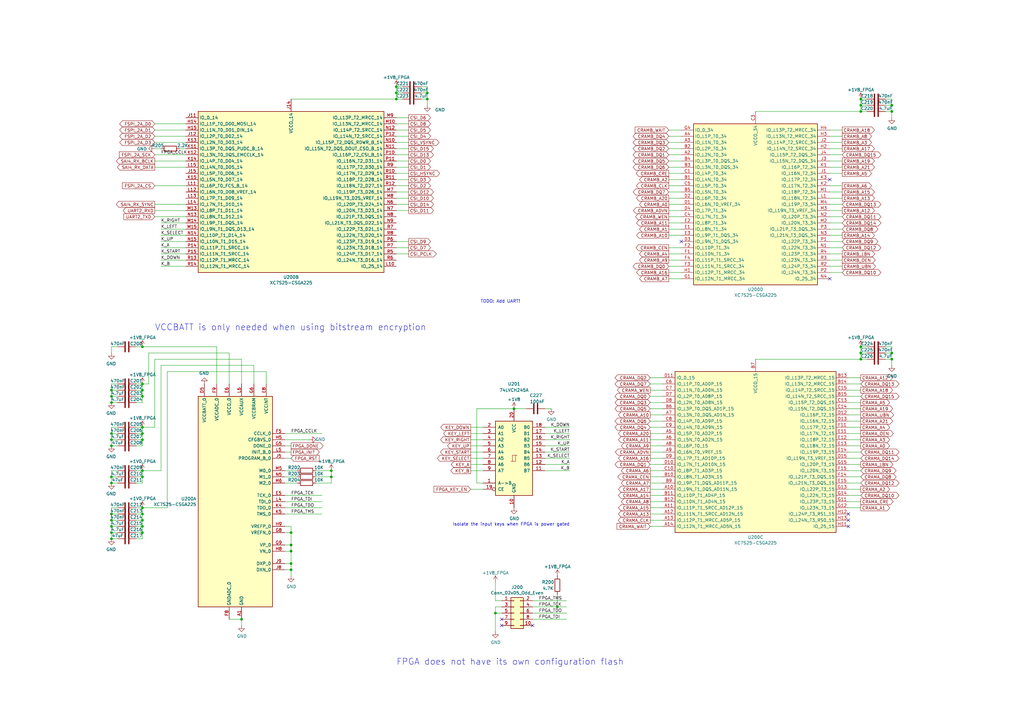
<source format=kicad_sch>
(kicad_sch (version 20211123) (generator eeschema)
  (paper "A3")
  (title_block (title "Fobu") (date "2021-02-17") (rev "0.3") (company "Wenting Zhang") (comment 1 "zephray@outlook.com"))
  (junction (at 353.06 45.72) (diameter 0.9144))
  (junction (at 58.42 177.8) (diameter 0.9144))
  (junction (at 162.56 35.56) (diameter 0.9144))
  (junction (at 58.42 213.36) (diameter 0.9144))
  (junction (at 353.06 147.32) (diameter 0.9144))
  (junction (at 365.76 144.78) (diameter 0.9144))
  (junction (at 58.42 162.56) (diameter 0.9144))
  (junction (at 58.42 180.34) (diameter 0.9144))
  (junction (at 45.72 177.8) (diameter 0.9144))
  (junction (at 58.42 160.02) (diameter 0.9144))
  (junction (at 365.76 147.32) (diameter 0.9144))
  (junction (at 203.2 251.46) (diameter 0.9144))
  (junction (at 58.42 215.9) (diameter 0.9144))
  (junction (at 353.06 144.78) (diameter 0.9144))
  (junction (at 45.72 220.98) (diameter 0.9144))
  (junction (at 210.82 167.64) (diameter 0.9144))
  (junction (at 119.38 218.44) (diameter 0.9144))
  (junction (at 45.72 180.34) (diameter 0.9144))
  (junction (at 175.26 40.64) (diameter 0.9144))
  (junction (at 58.42 208.28) (diameter 0.9144))
  (junction (at 45.72 210.82) (diameter 0.9144))
  (junction (at 119.38 226.06) (diameter 0.9144))
  (junction (at 58.42 195.58) (diameter 0.9144))
  (junction (at 365.76 45.72) (diameter 0.9144))
  (junction (at 45.72 198.12) (diameter 0.9144))
  (junction (at 45.72 213.36) (diameter 0.9144))
  (junction (at 365.76 43.18) (diameter 0.9144))
  (junction (at 353.06 43.18) (diameter 0.9144))
  (junction (at 353.06 142.24) (diameter 0.9144))
  (junction (at 58.42 157.48) (diameter 0.9144))
  (junction (at 58.42 193.04) (diameter 0.9144))
  (junction (at 45.72 218.44) (diameter 0.9144))
  (junction (at 45.72 215.9) (diameter 0.9144))
  (junction (at 45.72 160.02) (diameter 0.9144))
  (junction (at 135.89 195.58) (diameter 0.9144))
  (junction (at 119.38 231.14) (diameter 0.9144))
  (junction (at 58.42 142.24) (diameter 0.9144))
  (junction (at 119.38 233.68) (diameter 0.9144))
  (junction (at 353.06 40.64) (diameter 0.9144))
  (junction (at 45.72 165.1) (diameter 0.9144))
  (junction (at 45.72 182.88) (diameter 0.9144))
  (junction (at 175.26 38.1) (diameter 0.9144))
  (junction (at 228.6 248.92) (diameter 0.9144))
  (junction (at 162.56 40.64) (diameter 0.9144))
  (junction (at 99.06 254) (diameter 0.9144))
  (junction (at 135.89 193.04) (diameter 0.9144))
  (junction (at 45.72 162.56) (diameter 0.9144))
  (junction (at 58.42 218.44) (diameter 0.9144))
  (junction (at 162.56 38.1) (diameter 0.9144))
  (junction (at 119.38 223.52) (diameter 0.9144))
  (junction (at 58.42 210.82) (diameter 0.9144))
  (junction (at 45.72 195.58) (diameter 0.9144))
  (junction (at 58.42 175.26) (diameter 0.9144))
  (no_connect (at 218.44 256.54))
  (no_connect (at 347.98 210.82))
  (no_connect (at 347.98 213.36))
  (no_connect (at 347.98 215.9))
  (no_connect (at 279.4 99.06))
  (no_connect (at 205.74 256.54))
  (no_connect (at 205.74 254))
  (no_connect (at 340.36 114.3))
  (no_connect (at 340.36 73.66))
  (wire (pts (xy 48.26 193.04) (xy 45.72 193.04)))
  (wire (pts (xy 340.36 81.28) (xy 345.44 81.28)))
  (wire (pts (xy 347.98 175.26) (xy 353.06 175.26)))
  (wire (pts (xy 58.42 162.56) (xy 58.42 160.02)))
  (wire (pts (xy 48.26 160.02) (xy 45.72 160.02)))
  (wire (pts (xy 162.56 38.1) (xy 162.56 35.56)))
  (wire (pts (xy 340.36 111.76) (xy 345.44 111.76)))
  (wire (pts (xy 116.84 177.8) (xy 132.08 177.8)))
  (wire (pts (xy 48.26 220.98) (xy 45.72 220.98)))
  (wire (pts (xy 63.5 50.8) (xy 76.2 50.8)))
  (wire (pts (xy 232.41 254) (xy 218.44 254)))
  (wire (pts (xy 340.36 109.22) (xy 345.44 109.22)))
  (wire (pts (xy 162.56 78.74) (xy 167.64 78.74)))
  (wire (pts (xy 45.72 195.58) (xy 45.72 198.12)))
  (wire (pts (xy 116.84 210.82) (xy 132.08 210.82)))
  (wire (pts (xy 116.84 233.68) (xy 119.38 233.68)))
  (wire (pts (xy 274.32 55.88) (xy 279.4 55.88)))
  (wire (pts (xy 340.36 78.74) (xy 345.44 78.74)))
  (wire (pts (xy 274.32 106.68) (xy 279.4 106.68)))
  (wire (pts (xy 347.98 162.56) (xy 353.06 162.56)))
  (wire (pts (xy 76.2 109.22) (xy 66.04 109.22)))
  (wire (pts (xy 55.88 142.24) (xy 58.42 142.24)))
  (wire (pts (xy 58.42 142.24) (xy 88.9 142.24)))
  (wire (pts (xy 274.32 58.42) (xy 279.4 58.42)))
  (wire (pts (xy 274.32 76.2) (xy 279.4 76.2)))
  (wire (pts (xy 63.5 68.58) (xy 76.2 68.58)))
  (wire (pts (xy 162.56 60.96) (xy 167.64 60.96)))
  (wire (pts (xy 48.26 177.8) (xy 45.72 177.8)))
  (wire (pts (xy 66.04 193.04) (xy 58.42 193.04)))
  (wire (pts (xy 193.04 175.26) (xy 198.12 175.26)))
  (wire (pts (xy 175.26 35.56) (xy 175.26 38.1)))
  (wire (pts (xy 203.2 248.92) (xy 203.2 251.46)))
  (wire (pts (xy 76.2 91.44) (xy 66.04 91.44)))
  (wire (pts (xy 266.7 210.82) (xy 271.78 210.82)))
  (wire (pts (xy 363.22 147.32) (xy 365.76 147.32)))
  (wire (pts (xy 55.88 162.56) (xy 58.42 162.56)))
  (wire (pts (xy 116.84 215.9) (xy 119.38 215.9)))
  (wire (pts (xy 119.38 215.9) (xy 119.38 218.44)))
  (wire (pts (xy 58.42 160.02) (xy 58.42 157.48)))
  (wire (pts (xy 45.72 218.44) (xy 45.72 220.98)))
  (wire (pts (xy 340.36 106.68) (xy 345.44 106.68)))
  (wire (pts (xy 119.38 218.44) (xy 119.38 223.52)))
  (wire (pts (xy 119.38 233.68) (xy 119.38 236.22)))
  (wire (pts (xy 55.88 175.26) (xy 58.42 175.26)))
  (wire (pts (xy 58.42 165.1) (xy 58.42 162.56)))
  (wire (pts (xy 347.98 203.2) (xy 353.06 203.2)))
  (wire (pts (xy 63.5 83.82) (xy 76.2 83.82)))
  (wire (pts (xy 93.98 144.78) (xy 93.98 157.48)))
  (wire (pts (xy 340.36 71.12) (xy 345.44 71.12)))
  (wire (pts (xy 116.84 185.42) (xy 119.38 185.42)))
  (wire (pts (xy 266.7 190.5) (xy 271.78 190.5)))
  (wire (pts (xy 365.76 45.72) (xy 365.76 48.26)))
  (wire (pts (xy 60.96 144.78) (xy 60.96 157.48)))
  (wire (pts (xy 73.66 60.96) (xy 76.2 60.96)))
  (wire (pts (xy 55.88 220.98) (xy 58.42 220.98)))
  (wire (pts (xy 63.5 76.2) (xy 76.2 76.2)))
  (wire (pts (xy 165.1 40.64) (xy 162.56 40.64)))
  (wire (pts (xy 63.5 63.5) (xy 76.2 63.5)))
  (wire (pts (xy 274.32 111.76) (xy 279.4 111.76)))
  (wire (pts (xy 347.98 205.74) (xy 353.06 205.74)))
  (wire (pts (xy 266.7 187.96) (xy 271.78 187.96)))
  (wire (pts (xy 119.38 226.06) (xy 119.38 231.14)))
  (wire (pts (xy 223.52 175.26) (xy 233.68 175.26)))
  (wire (pts (xy 266.7 157.48) (xy 271.78 157.48)))
  (wire (pts (xy 210.82 167.64) (xy 215.9 167.64)))
  (wire (pts (xy 66.04 149.86) (xy 104.14 149.86)))
  (wire (pts (xy 116.84 205.74) (xy 132.08 205.74)))
  (wire (pts (xy 172.72 38.1) (xy 175.26 38.1)))
  (wire (pts (xy 347.98 160.02) (xy 353.06 160.02)))
  (wire (pts (xy 340.36 53.34) (xy 345.44 53.34)))
  (wire (pts (xy 223.52 167.64) (xy 226.06 167.64)))
  (wire (pts (xy 365.76 40.64) (xy 365.76 43.18)))
  (wire (pts (xy 45.72 177.8) (xy 45.72 180.34)))
  (wire (pts (xy 76.2 106.68) (xy 66.04 106.68)))
  (wire (pts (xy 48.26 180.34) (xy 45.72 180.34)))
  (wire (pts (xy 266.7 185.42) (xy 271.78 185.42)))
  (wire (pts (xy 58.42 177.8) (xy 58.42 175.26)))
  (wire (pts (xy 274.32 81.28) (xy 279.4 81.28)))
  (wire (pts (xy 55.88 182.88) (xy 58.42 182.88)))
  (wire (pts (xy 365.76 43.18) (xy 365.76 45.72)))
  (wire (pts (xy 266.7 154.94) (xy 271.78 154.94)))
  (wire (pts (xy 355.6 45.72) (xy 353.06 45.72)))
  (wire (pts (xy 340.36 99.06) (xy 345.44 99.06)))
  (wire (pts (xy 274.32 96.52) (xy 279.4 96.52)))
  (wire (pts (xy 58.42 182.88) (xy 58.42 180.34)))
  (wire (pts (xy 162.56 104.14) (xy 167.64 104.14)))
  (wire (pts (xy 162.56 48.26) (xy 167.64 48.26)))
  (wire (pts (xy 58.42 157.48) (xy 60.96 157.48)))
  (wire (pts (xy 340.36 55.88) (xy 345.44 55.88)))
  (wire (pts (xy 266.7 162.56) (xy 271.78 162.56)))
  (wire (pts (xy 363.22 45.72) (xy 365.76 45.72)))
  (wire (pts (xy 63.5 55.88) (xy 76.2 55.88)))
  (wire (pts (xy 48.26 195.58) (xy 45.72 195.58)))
  (wire (pts (xy 55.88 208.28) (xy 58.42 208.28)))
  (wire (pts (xy 45.72 208.28) (xy 45.72 210.82)))
  (wire (pts (xy 340.36 66.04) (xy 345.44 66.04)))
  (wire (pts (xy 274.32 88.9) (xy 279.4 88.9)))
  (wire (pts (xy 193.04 182.88) (xy 198.12 182.88)))
  (wire (pts (xy 119.38 40.64) (xy 162.56 40.64)))
  (wire (pts (xy 205.74 248.92) (xy 203.2 248.92)))
  (wire (pts (xy 116.84 226.06) (xy 119.38 226.06)))
  (wire (pts (xy 266.7 160.02) (xy 271.78 160.02)))
  (wire (pts (xy 45.72 162.56) (xy 45.72 165.1)))
  (wire (pts (xy 99.06 147.32) (xy 99.06 157.48)))
  (wire (pts (xy 58.42 180.34) (xy 58.42 177.8)))
  (wire (pts (xy 45.72 193.04) (xy 45.72 195.58)))
  (wire (pts (xy 347.98 193.04) (xy 353.06 193.04)))
  (wire (pts (xy 223.52 177.8) (xy 233.68 177.8)))
  (wire (pts (xy 340.36 101.6) (xy 345.44 101.6)))
  (wire (pts (xy 347.98 180.34) (xy 353.06 180.34)))
  (wire (pts (xy 175.26 40.64) (xy 175.26 43.18)))
  (wire (pts (xy 129.54 195.58) (xy 135.89 195.58)))
  (wire (pts (xy 135.89 195.58) (xy 135.89 193.04)))
  (wire (pts (xy 363.22 144.78) (xy 365.76 144.78)))
  (wire (pts (xy 63.5 175.26) (xy 58.42 175.26)))
  (wire (pts (xy 274.32 63.5) (xy 279.4 63.5)))
  (wire (pts (xy 340.36 88.9) (xy 345.44 88.9)))
  (wire (pts (xy 48.26 213.36) (xy 45.72 213.36)))
  (wire (pts (xy 228.6 243.84) (xy 228.6 248.92)))
  (wire (pts (xy 162.56 83.82) (xy 167.64 83.82)))
  (wire (pts (xy 48.26 182.88) (xy 45.72 182.88)))
  (wire (pts (xy 55.88 177.8) (xy 58.42 177.8)))
  (wire (pts (xy 266.7 200.66) (xy 271.78 200.66)))
  (wire (pts (xy 76.2 101.6) (xy 66.04 101.6)))
  (wire (pts (xy 55.88 165.1) (xy 58.42 165.1)))
  (wire (pts (xy 45.72 210.82) (xy 45.72 213.36)))
  (wire (pts (xy 266.7 215.9) (xy 271.78 215.9)))
  (wire (pts (xy 116.84 193.04) (xy 121.92 193.04)))
  (wire (pts (xy 45.72 175.26) (xy 45.72 177.8)))
  (wire (pts (xy 353.06 147.32) (xy 353.06 144.78)))
  (wire (pts (xy 266.7 180.34) (xy 271.78 180.34)))
  (wire (pts (xy 162.56 50.8) (xy 167.64 50.8)))
  (wire (pts (xy 99.06 256.54) (xy 99.06 254)))
  (wire (pts (xy 193.04 177.8) (xy 198.12 177.8)))
  (wire (pts (xy 347.98 195.58) (xy 353.06 195.58)))
  (wire (pts (xy 45.72 157.48) (xy 45.72 160.02)))
  (wire (pts (xy 274.32 66.04) (xy 279.4 66.04)))
  (wire (pts (xy 116.84 208.28) (xy 132.08 208.28)))
  (wire (pts (xy 205.74 251.46) (xy 203.2 251.46)))
  (wire (pts (xy 193.04 200.66) (xy 198.12 200.66)))
  (wire (pts (xy 340.36 83.82) (xy 345.44 83.82)))
  (wire (pts (xy 340.36 63.5) (xy 345.44 63.5)))
  (wire (pts (xy 116.84 195.58) (xy 121.92 195.58)))
  (wire (pts (xy 365.76 144.78) (xy 365.76 147.32)))
  (wire (pts (xy 340.36 76.2) (xy 345.44 76.2)))
  (wire (pts (xy 203.2 246.38) (xy 205.74 246.38)))
  (wire (pts (xy 353.06 40.64) (xy 355.6 40.64)))
  (wire (pts (xy 203.2 238.76) (xy 203.2 246.38)))
  (wire (pts (xy 353.06 45.72) (xy 353.06 43.18)))
  (wire (pts (xy 274.32 60.96) (xy 279.4 60.96)))
  (wire (pts (xy 162.56 86.36) (xy 167.64 86.36)))
  (wire (pts (xy 55.88 215.9) (xy 58.42 215.9)))
  (wire (pts (xy 347.98 198.12) (xy 353.06 198.12)))
  (wire (pts (xy 60.96 144.78) (xy 93.98 144.78)))
  (wire (pts (xy 55.88 210.82) (xy 58.42 210.82)))
  (wire (pts (xy 193.04 190.5) (xy 198.12 190.5)))
  (wire (pts (xy 347.98 165.1) (xy 353.06 165.1)))
  (wire (pts (xy 76.2 93.98) (xy 66.04 93.98)))
  (wire (pts (xy 266.7 175.26) (xy 271.78 175.26)))
  (wire (pts (xy 347.98 167.64) (xy 353.06 167.64)))
  (wire (pts (xy 76.2 96.52) (xy 66.04 96.52)))
  (wire (pts (xy 347.98 157.48) (xy 353.06 157.48)))
  (wire (pts (xy 274.32 73.66) (xy 279.4 73.66)))
  (wire (pts (xy 363.22 142.24) (xy 365.76 142.24)))
  (wire (pts (xy 340.36 60.96) (xy 345.44 60.96)))
  (wire (pts (xy 162.56 101.6) (xy 167.64 101.6)))
  (wire (pts (xy 274.32 68.58) (xy 279.4 68.58)))
  (wire (pts (xy 274.32 104.14) (xy 279.4 104.14)))
  (wire (pts (xy 58.42 218.44) (xy 58.42 215.9)))
  (wire (pts (xy 162.56 76.2) (xy 167.64 76.2)))
  (wire (pts (xy 76.2 99.06) (xy 66.04 99.06)))
  (wire (pts (xy 274.32 93.98) (xy 279.4 93.98)))
  (wire (pts (xy 109.22 152.4) (xy 109.22 157.48)))
  (wire (pts (xy 340.36 91.44) (xy 345.44 91.44)))
  (wire (pts (xy 55.88 218.44) (xy 58.42 218.44)))
  (wire (pts (xy 58.42 195.58) (xy 58.42 193.04)))
  (wire (pts (xy 63.5 58.42) (xy 76.2 58.42)))
  (wire (pts (xy 347.98 154.94) (xy 353.06 154.94)))
  (wire (pts (xy 63.5 147.32) (xy 63.5 175.26)))
  (wire (pts (xy 266.7 165.1) (xy 271.78 165.1)))
  (wire (pts (xy 99.06 147.32) (xy 63.5 147.32)))
  (wire (pts (xy 55.88 180.34) (xy 58.42 180.34)))
  (wire (pts (xy 223.52 190.5) (xy 233.68 190.5)))
  (wire (pts (xy 55.88 193.04) (xy 58.42 193.04)))
  (wire (pts (xy 93.98 254) (xy 99.06 254)))
  (wire (pts (xy 55.88 195.58) (xy 58.42 195.58)))
  (wire (pts (xy 340.36 68.58) (xy 345.44 68.58)))
  (wire (pts (xy 165.1 38.1) (xy 162.56 38.1)))
  (wire (pts (xy 162.56 35.56) (xy 165.1 35.56)))
  (wire (pts (xy 116.84 231.14) (xy 119.38 231.14)))
  (wire (pts (xy 193.04 185.42) (xy 198.12 185.42)))
  (wire (pts (xy 223.52 180.34) (xy 233.68 180.34)))
  (wire (pts (xy 58.42 198.12) (xy 58.42 195.58)))
  (wire (pts (xy 48.26 210.82) (xy 45.72 210.82)))
  (wire (pts (xy 63.5 66.04) (xy 76.2 66.04)))
  (wire (pts (xy 162.56 58.42) (xy 167.64 58.42)))
  (wire (pts (xy 266.7 198.12) (xy 271.78 198.12)))
  (wire (pts (xy 223.52 187.96) (xy 233.68 187.96)))
  (wire (pts (xy 55.88 160.02) (xy 58.42 160.02)))
  (wire (pts (xy 76.2 104.14) (xy 66.04 104.14)))
  (wire (pts (xy 274.32 114.3) (xy 279.4 114.3)))
  (wire (pts (xy 63.5 88.9) (xy 76.2 88.9)))
  (wire (pts (xy 48.26 175.26) (xy 45.72 175.26)))
  (wire (pts (xy 266.7 170.18) (xy 271.78 170.18)))
  (wire (pts (xy 119.38 223.52) (xy 119.38 226.06)))
  (wire (pts (xy 48.26 215.9) (xy 45.72 215.9)))
  (wire (pts (xy 347.98 185.42) (xy 353.06 185.42)))
  (wire (pts (xy 162.56 68.58) (xy 167.64 68.58)))
  (wire (pts (xy 365.76 147.32) (xy 365.76 149.86)))
  (wire (pts (xy 274.32 71.12) (xy 279.4 71.12)))
  (wire (pts (xy 266.7 193.04) (xy 271.78 193.04)))
  (wire (pts (xy 266.7 208.28) (xy 271.78 208.28)))
  (wire (pts (xy 116.84 223.52) (xy 119.38 223.52)))
  (wire (pts (xy 266.7 177.8) (xy 271.78 177.8)))
  (wire (pts (xy 193.04 187.96) (xy 198.12 187.96)))
  (wire (pts (xy 162.56 66.04) (xy 167.64 66.04)))
  (wire (pts (xy 223.52 193.04) (xy 233.68 193.04)))
  (wire (pts (xy 88.9 142.24) (xy 88.9 157.48)))
  (wire (pts (xy 116.84 187.96) (xy 119.38 187.96)))
  (wire (pts (xy 66.04 60.96) (xy 63.5 60.96)))
  (wire (pts (xy 48.26 157.48) (xy 45.72 157.48)))
  (wire (pts (xy 274.32 109.22) (xy 279.4 109.22)))
  (wire (pts (xy 266.7 203.2) (xy 271.78 203.2)))
  (wire (pts (xy 45.72 215.9) (xy 45.72 218.44)))
  (wire (pts (xy 266.7 172.72) (xy 271.78 172.72)))
  (wire (pts (xy 365.76 142.24) (xy 365.76 144.78)))
  (wire (pts (xy 347.98 170.18) (xy 353.06 170.18)))
  (wire (pts (xy 355.6 144.78) (xy 353.06 144.78)))
  (wire (pts (xy 162.56 55.88) (xy 167.64 55.88)))
  (wire (pts (xy 340.36 86.36) (xy 345.44 86.36)))
  (wire (pts (xy 116.84 203.2) (xy 132.08 203.2)))
  (wire (pts (xy 274.32 91.44) (xy 279.4 91.44)))
  (wire (pts (xy 309.88 147.32) (xy 353.06 147.32)))
  (wire (pts (xy 58.42 220.98) (xy 58.42 218.44)))
  (wire (pts (xy 353.06 144.78) (xy 353.06 142.24)))
  (wire (pts (xy 172.72 35.56) (xy 175.26 35.56)))
  (wire (pts (xy 48.26 142.24) (xy 45.72 142.24)))
  (wire (pts (xy 274.32 83.82) (xy 279.4 83.82)))
  (wire (pts (xy 68.58 152.4) (xy 68.58 208.28)))
  (wire (pts (xy 109.22 152.4) (xy 68.58 152.4)))
  (wire (pts (xy 363.22 43.18) (xy 365.76 43.18)))
  (wire (pts (xy 116.84 180.34) (xy 127 180.34)))
  (wire (pts (xy 162.56 53.34) (xy 167.64 53.34)))
  (wire (pts (xy 162.56 40.64) (xy 162.56 38.1)))
  (wire (pts (xy 55.88 198.12) (xy 58.42 198.12)))
  (wire (pts (xy 45.72 180.34) (xy 45.72 182.88)))
  (wire (pts (xy 228.6 248.92) (xy 218.44 248.92)))
  (wire (pts (xy 48.26 208.28) (xy 45.72 208.28)))
  (wire (pts (xy 129.54 193.04) (xy 135.89 193.04)))
  (wire (pts (xy 232.41 248.92) (xy 228.6 248.92)))
  (wire (pts (xy 63.5 86.36) (xy 76.2 86.36)))
  (wire (pts (xy 172.72 40.64) (xy 175.26 40.64)))
  (wire (pts (xy 353.06 142.24) (xy 355.6 142.24)))
  (wire (pts (xy 48.26 162.56) (xy 45.72 162.56)))
  (wire (pts (xy 193.04 193.04) (xy 198.12 193.04)))
  (wire (pts (xy 48.26 198.12) (xy 45.72 198.12)))
  (wire (pts (xy 347.98 177.8) (xy 353.06 177.8)))
  (wire (pts (xy 347.98 172.72) (xy 353.06 172.72)))
  (wire (pts (xy 347.98 200.66) (xy 353.06 200.66)))
  (wire (pts (xy 48.26 218.44) (xy 45.72 218.44)))
  (wire (pts (xy 63.5 53.34) (xy 76.2 53.34)))
  (wire (pts (xy 66.04 149.86) (xy 66.04 193.04)))
  (wire (pts (xy 363.22 40.64) (xy 365.76 40.64)))
  (wire (pts (xy 45.72 213.36) (xy 45.72 215.9)))
  (wire (pts (xy 193.04 180.34) (xy 198.12 180.34)))
  (wire (pts (xy 116.84 218.44) (xy 119.38 218.44)))
  (wire (pts (xy 45.72 160.02) (xy 45.72 162.56)))
  (wire (pts (xy 198.12 198.12) (xy 195.58 198.12)))
  (wire (pts (xy 195.58 167.64) (xy 210.82 167.64)))
  (wire (pts (xy 195.58 198.12) (xy 195.58 167.64)))
  (wire (pts (xy 340.36 58.42) (xy 345.44 58.42)))
  (wire (pts (xy 345.44 96.52) (xy 340.36 96.52)))
  (wire (pts (xy 355.6 147.32) (xy 353.06 147.32)))
  (wire (pts (xy 266.7 195.58) (xy 271.78 195.58)))
  (wire (pts (xy 266.7 182.88) (xy 271.78 182.88)))
  (wire (pts (xy 58.42 157.48) (xy 55.88 157.48)))
  (wire (pts (xy 266.7 205.74) (xy 271.78 205.74)))
  (wire (pts (xy 58.42 210.82) (xy 58.42 208.28)))
  (wire (pts (xy 347.98 187.96) (xy 353.06 187.96)))
  (wire (pts (xy 203.2 251.46) (xy 203.2 259.08)))
  (wire (pts (xy 274.32 53.34) (xy 279.4 53.34)))
  (wire (pts (xy 232.41 246.38) (xy 218.44 246.38)))
  (wire (pts (xy 266.7 167.64) (xy 271.78 167.64)))
  (wire (pts (xy 58.42 215.9) (xy 58.42 213.36)))
  (wire (pts (xy 347.98 182.88) (xy 353.06 182.88)))
  (wire (pts (xy 274.32 101.6) (xy 279.4 101.6)))
  (wire (pts (xy 340.36 93.98) (xy 345.44 93.98)))
  (wire (pts (xy 355.6 43.18) (xy 353.06 43.18)))
  (wire (pts (xy 274.32 86.36) (xy 279.4 86.36)))
  (wire (pts (xy 162.56 63.5) (xy 167.64 63.5)))
  (wire (pts (xy 45.72 142.24) (xy 45.72 144.78)))
  (wire (pts (xy 104.14 149.86) (xy 104.14 157.48)))
  (wire (pts (xy 347.98 190.5) (xy 353.06 190.5)))
  (wire (pts (xy 162.56 81.28) (xy 167.64 81.28)))
  (wire (pts (xy 309.88 45.72) (xy 353.06 45.72)))
  (wire (pts (xy 347.98 208.28) (xy 353.06 208.28)))
  (wire (pts (xy 162.56 99.06) (xy 167.64 99.06)))
  (wire (pts (xy 58.42 213.36) (xy 58.42 210.82)))
  (wire (pts (xy 135.89 198.12) (xy 135.89 195.58)))
  (wire (pts (xy 129.54 198.12) (xy 135.89 198.12)))
  (wire (pts (xy 55.88 213.36) (xy 58.42 213.36)))
  (wire (pts (xy 162.56 73.66) (xy 167.64 73.66)))
  (wire (pts (xy 353.06 43.18) (xy 353.06 40.64)))
  (wire (pts (xy 274.32 78.74) (xy 279.4 78.74)))
  (wire (pts (xy 68.58 208.28) (xy 58.42 208.28)))
  (wire (pts (xy 116.84 182.88) (xy 119.38 182.88)))
  (wire (pts (xy 175.26 38.1) (xy 175.26 40.64)))
  (wire (pts (xy 232.41 251.46) (xy 218.44 251.46)))
  (wire (pts (xy 162.56 71.12) (xy 167.64 71.12)))
  (wire (pts (xy 119.38 231.14) (xy 119.38 233.68)))
  (wire (pts (xy 266.7 213.36) (xy 271.78 213.36)))
  (wire (pts (xy 340.36 104.14) (xy 345.44 104.14)))
  (wire (pts (xy 223.52 182.88) (xy 233.68 182.88)))
  (wire (pts (xy 48.26 165.1) (xy 45.72 165.1)))
  (wire (pts (xy 223.52 185.42) (xy 233.68 185.42)))
  (wire (pts (xy 116.84 198.12) (xy 121.92 198.12)))
  (text "Isolate the input keys when FPGA is power gated" (at 233.68 215.9 180) (effects (font (size 1.27 1.27)) (justify right bottom)))
  (text "FPGA does not have its own configuration flash" (at 162.56 273.05 0) (effects (font (size 2.54 2.54)) (justify left bottom)))
  (text "TODO: Add UART!" (at 213.36 124.46 180) (effects (font (size 1.27 1.27)) (justify right bottom)))
  (text "VCCBATT is only needed when using bitstream encryption" (at 63.5 135.89 0) (effects (font (size 2.54 2.54)) (justify left bottom)))
  (label "K_DOWN" (at 233.68 175.26 180))
  (label "K_B" (at 233.68 193.04 180))
  (label "K_RIGHT" (at 233.68 180.34 180))
  (label "K_UP" (at 233.68 182.88 180))
  (label "K_LEFT" (at 233.68 177.8 180))
  (label "FPGA_CCLK" (at 119.38 177.8 0))
  (label "FPGA_TDI" (at 119.38 205.74 0))
  (label "K_SELECT" (at 233.68 187.96 180))
  (label "K_A" (at 233.68 190.5 180))
  (label "K_SELECT" (at 66.04 96.52 0))
  (label "K_RIGHT" (at 66.04 91.44 0))
  (label "K_B" (at 66.04 109.22 0))
  (label "FPGA_CCLK" (at 66.04 63.5 0))
  (label "K_START" (at 66.04 104.14 0))
  (label "K_LEFT" (at 66.04 93.98 0))
  (label "FPGA_TDO" (at 220.98 251.46 0))
  (label "K_A" (at 66.04 101.6 0))
  (label "FPGA_TMS" (at 119.38 210.82 0))
  (label "FPGA_TCK" (at 220.98 248.92 0))
  (label "FPGA_TDI" (at 220.98 254 0))
  (label "FPGA_TMS" (at 220.98 246.38 0))
  (label "FPGA_TDO" (at 119.38 208.28 0))
  (label "K_DOWN" (at 66.04 106.68 0))
  (label "FPGA_TCK" (at 119.38 203.2 0))
  (label "K_UP" (at 66.04 99.06 0))
  (label "K_START" (at 233.68 185.42 180))
  (global_label "CRAMB_DQ6" (shape bidirectional) (at 274.32 68.58 180) (property "Intersheet References" "${INTERSHEET_REFS}" (effects hide)))
  (global_label "CSI_D13" (shape output) (at 167.64 63.5 0) (property "Intersheet References" "${INTERSHEET_REFS}" (effects hide)))
  (global_label "CSI_D2" (shape output) (at 167.64 76.2 0) (property "Intersheet References" "${INTERSHEET_REFS}" (effects hide)))
  (global_label "CRAMA_LBN" (shape output) (at 353.06 190.5 0) (property "Intersheet References" "${INTERSHEET_REFS}" (effects hide)))
  (global_label "CRAMB_A19" (shape output) (at 345.44 66.04 0) (property "Intersheet References" "${INTERSHEET_REFS}" (effects hide)))
  (global_label "SAI4_RX_BCLK" (shape output) (at 63.5 66.04 180) (property "Intersheet References" "${INTERSHEET_REFS}" (effects hide)))
  (global_label "CRAMA_A8" (shape output) (at 266.7 205.74 180) (property "Intersheet References" "${INTERSHEET_REFS}" (effects hide)))
  (global_label "CRAMB_DQ12" (shape bidirectional) (at 345.44 101.6 0) (property "Intersheet References" "${INTERSHEET_REFS}" (effects hide)))
  (global_label "CRAMB_A18" (shape output) (at 345.44 53.34 0) (property "Intersheet References" "${INTERSHEET_REFS}" (effects hide)))
  (global_label "FSPI_2A_D2" (shape bidirectional) (at 63.5 55.88 180) (property "Intersheet References" "${INTERSHEET_REFS}" (effects hide)))
  (global_label "CRAMA_A4" (shape output) (at 353.06 175.26 0) (property "Intersheet References" "${INTERSHEET_REFS}" (effects hide)))
  (global_label "CRAMB_A20" (shape output) (at 274.32 81.28 180) (property "Intersheet References" "${INTERSHEET_REFS}" (effects hide)))
  (global_label "CRAMB_DQ4" (shape bidirectional) (at 274.32 55.88 180) (property "Intersheet References" "${INTERSHEET_REFS}" (effects hide)))
  (global_label "CRAMA_A1" (shape output) (at 353.06 208.28 0) (property "Intersheet References" "${INTERSHEET_REFS}" (effects hide)))
  (global_label "CSI_D11" (shape output) (at 167.64 86.36 0) (property "Intersheet References" "${INTERSHEET_REFS}" (effects hide)))
  (global_label "FSPI_2A_D0" (shape bidirectional) (at 63.5 50.8 180) (property "Intersheet References" "${INTERSHEET_REFS}" (effects hide)))
  (global_label "CRAMA_ADVN" (shape output) (at 266.7 185.42 180) (property "Intersheet References" "${INTERSHEET_REFS}" (effects hide)))
  (global_label "CRAMA_A0" (shape output) (at 353.06 182.88 0) (property "Intersheet References" "${INTERSHEET_REFS}" (effects hide)))
  (global_label "KEY_B" (shape output) (at 193.04 193.04 180) (property "Intersheet References" "${INTERSHEET_REFS}" (effects hide)))
  (global_label "FPGA_RST" (shape input) (at 119.38 187.96 0) (property "Intersheet References" "${INTERSHEET_REFS}" (effects hide)))
  (global_label "CRAMB_A6" (shape output) (at 345.44 76.2 0) (property "Intersheet References" "${INTERSHEET_REFS}" (effects hide)))
  (global_label "CRAMA_DQ12" (shape bidirectional) (at 353.06 198.12 0) (property "Intersheet References" "${INTERSHEET_REFS}" (effects hide)))
  (global_label "CRAMA_DQ5" (shape bidirectional) (at 266.7 167.64 180) (property "Intersheet References" "${INTERSHEET_REFS}" (effects hide)))
  (global_label "CRAMB_A0" (shape output) (at 274.32 83.82 180) (property "Intersheet References" "${INTERSHEET_REFS}" (effects hide)))
  (global_label "CRAMB_A12" (shape output) (at 345.44 86.36 0) (property "Intersheet References" "${INTERSHEET_REFS}" (effects hide)))
  (global_label "CRAMB_DQ8" (shape bidirectional) (at 345.44 93.98 0) (property "Intersheet References" "${INTERSHEET_REFS}" (effects hide)))
  (global_label "CRAMB_A13" (shape output) (at 345.44 81.28 0) (property "Intersheet References" "${INTERSHEET_REFS}" (effects hide)))
  (global_label "CRAMA_A7" (shape output) (at 266.7 198.12 180) (property "Intersheet References" "${INTERSHEET_REFS}" (effects hide)))
  (global_label "CRAMB_A10" (shape output) (at 274.32 96.52 180) (property "Intersheet References" "${INTERSHEET_REFS}" (effects hide)))
  (global_label "CSI_PCLK" (shape output) (at 167.64 104.14 0) (property "Intersheet References" "${INTERSHEET_REFS}" (effects hide)))
  (global_label "CRAMA_DQ9" (shape bidirectional) (at 353.06 193.04 0) (property "Intersheet References" "${INTERSHEET_REFS}" (effects hide)))
  (global_label "KEY_A" (shape output) (at 193.04 190.5 180) (property "Intersheet References" "${INTERSHEET_REFS}" (effects hide)))
  (global_label "CRAMB_A5" (shape output) (at 345.44 71.12 0) (property "Intersheet References" "${INTERSHEET_REFS}" (effects hide)))
  (global_label "CRAMA_CLK" (shape output) (at 266.7 213.36 180) (property "Intersheet References" "${INTERSHEET_REFS}" (effects hide)))
  (global_label "CRAMA_A5" (shape output) (at 353.06 165.1 0) (property "Intersheet References" "${INTERSHEET_REFS}" (effects hide)))
  (global_label "CRAMA_A2" (shape output) (at 353.06 200.66 0) (property "Intersheet References" "${INTERSHEET_REFS}" (effects hide)))
  (global_label "CSI_VSYNC" (shape output) (at 167.64 58.42 0) (property "Intersheet References" "${INTERSHEET_REFS}" (effects hide)))
  (global_label "CRAMB_DQ7" (shape bidirectional) (at 274.32 78.74 180) (property "Intersheet References" "${INTERSHEET_REFS}" (effects hide)))
  (global_label "FSPI_2A_SCK" (shape input) (at 63.5 63.5 180) (property "Intersheet References" "${INTERSHEET_REFS}" (effects hide)))
  (global_label "CRAMB_DQ10" (shape bidirectional) (at 345.44 111.76 0) (property "Intersheet References" "${INTERSHEET_REFS}" (effects hide)))
  (global_label "CSI_D9" (shape output) (at 167.64 99.06 0) (property "Intersheet References" "${INTERSHEET_REFS}" (effects hide)))
  (global_label "CSI_D15" (shape output) (at 167.64 60.96 0) (property "Intersheet References" "${INTERSHEET_REFS}" (effects hide)))
  (global_label "CRAMA_DQ0" (shape bidirectional) (at 266.7 162.56 180) (property "Intersheet References" "${INTERSHEET_REFS}" (effects hide)))
  (global_label "CRAMB_A3" (shape output) (at 345.44 58.42 0) (property "Intersheet References" "${INTERSHEET_REFS}" (effects hide)))
  (global_label "CRAMA_A11" (shape output) (at 266.7 180.34 180) (property "Intersheet References" "${INTERSHEET_REFS}" (effects hide)))
  (global_label "CRAMA_A20" (shape output) (at 266.7 177.8 180) (property "Intersheet References" "${INTERSHEET_REFS}" (effects hide)))
  (global_label "CSI_D6" (shape output) (at 167.64 48.26 0) (property "Intersheet References" "${INTERSHEET_REFS}" (effects hide)))
  (global_label "CRAMB_A17" (shape output) (at 345.44 60.96 0) (property "Intersheet References" "${INTERSHEET_REFS}" (effects hide)))
  (global_label "CRAMB_A15" (shape output) (at 345.44 78.74 0) (property "Intersheet References" "${INTERSHEET_REFS}" (effects hide)))
  (global_label "CRAMB_A21" (shape output) (at 345.44 68.58 0) (property "Intersheet References" "${INTERSHEET_REFS}" (effects hide)))
  (global_label "CRAMA_A3" (shape output) (at 353.06 180.34 0) (property "Intersheet References" "${INTERSHEET_REFS}" (effects hide)))
  (global_label "CRAMA_DQ6" (shape bidirectional) (at 266.7 172.72 180) (property "Intersheet References" "${INTERSHEET_REFS}" (effects hide)))
  (global_label "CRAMA_DQ3" (shape bidirectional) (at 266.7 165.1 180) (property "Intersheet References" "${INTERSHEET_REFS}" (effects hide)))
  (global_label "CRAMA_DQ7" (shape bidirectional) (at 266.7 157.48 180) (property "Intersheet References" "${INTERSHEET_REFS}" (effects hide)))
  (global_label "CRAMA_A15" (shape output) (at 266.7 208.28 180) (property "Intersheet References" "${INTERSHEET_REFS}" (effects hide)))
  (global_label "CRAMA_CRE" (shape output) (at 353.06 205.74 0) (property "Intersheet References" "${INTERSHEET_REFS}" (effects hide)))
  (global_label "CRAMA_WEN" (shape output) (at 266.7 160.02 180) (property "Intersheet References" "${INTERSHEET_REFS}" (effects hide)))
  (global_label "CRAMA_A9" (shape output) (at 266.7 182.88 180) (property "Intersheet References" "${INTERSHEET_REFS}" (effects hide)))
  (global_label "CSI_D0" (shape output) (at 167.64 66.04 0) (property "Intersheet References" "${INTERSHEET_REFS}" (effects hide)))
  (global_label "CRAMB_CEN" (shape output) (at 274.32 101.6 180) (property "Intersheet References" "${INTERSHEET_REFS}" (effects hide)))
  (global_label "CRAMB_A9" (shape output) (at 274.32 106.68 180) (property "Intersheet References" "${INTERSHEET_REFS}" (effects hide)))
  (global_label "CRAMB_DQ11" (shape bidirectional) (at 345.44 88.9 0) (property "Intersheet References" "${INTERSHEET_REFS}" (effects hide)))
  (global_label "CRAMB_ADVN" (shape output) (at 274.32 86.36 180) (property "Intersheet References" "${INTERSHEET_REFS}" (effects hide)))
  (global_label "FSPI_2A_CS" (shape input) (at 63.5 76.2 180) (property "Intersheet References" "${INTERSHEET_REFS}" (effects hide)))
  (global_label "KEY_SELECT" (shape output) (at 193.04 187.96 180) (property "Intersheet References" "${INTERSHEET_REFS}" (effects hide)))
  (global_label "CSI_D10" (shape output) (at 167.64 81.28 0) (property "Intersheet References" "${INTERSHEET_REFS}" (effects hide)))
  (global_label "CSI_D12" (shape output) (at 167.64 78.74 0) (property "Intersheet References" "${INTERSHEET_REFS}" (effects hide)))
  (global_label "CRAMB_DQ14" (shape bidirectional) (at 345.44 91.44 0) (property "Intersheet References" "${INTERSHEET_REFS}" (effects hide)))
  (global_label "CRAMA_DQ4" (shape bidirectional) (at 266.7 175.26 180) (property "Intersheet References" "${INTERSHEET_REFS}" (effects hide)))
  (global_label "FSPI_2A_D1" (shape bidirectional) (at 63.5 53.34 180) (property "Intersheet References" "${INTERSHEET_REFS}" (effects hide)))
  (global_label "CRAMA_CEN" (shape output) (at 266.7 195.58 180) (property "Intersheet References" "${INTERSHEET_REFS}" (effects hide)))
  (global_label "CRAMB_A8" (shape output) (at 345.44 55.88 0) (property "Intersheet References" "${INTERSHEET_REFS}" (effects hide)))
  (global_label "CRAMB_A14" (shape output) (at 345.44 96.52 0) (property "Intersheet References" "${INTERSHEET_REFS}" (effects hide)))
  (global_label "CRAMB_A1" (shape output) (at 274.32 93.98 180) (property "Intersheet References" "${INTERSHEET_REFS}" (effects hide)))
  (global_label "CRAMB_LBN" (shape output) (at 345.44 104.14 0) (property "Intersheet References" "${INTERSHEET_REFS}" (effects hide)))
  (global_label "CRAMB_DQ0" (shape bidirectional) (at 274.32 109.22 180) (property "Intersheet References" "${INTERSHEET_REFS}" (effects hide)))
  (global_label "CRAMB_OEN" (shape output) (at 345.44 106.68 0) (property "Intersheet References" "${INTERSHEET_REFS}" (effects hide)))
  (global_label "CRAMB_DQ15" (shape bidirectional) (at 345.44 63.5 0) (property "Intersheet References" "${INTERSHEET_REFS}" (effects hide)))
  (global_label "CRAMB_CLK" (shape output) (at 274.32 76.2 180) (property "Intersheet References" "${INTERSHEET_REFS}" (effects hide)))
  (global_label "CRAMB_DQ1" (shape bidirectional) (at 274.32 63.5 180) (property "Intersheet References" "${INTERSHEET_REFS}" (effects hide)))
  (global_label "CRAMB_A16" (shape output) (at 274.32 111.76 180) (property "Intersheet References" "${INTERSHEET_REFS}" (effects hide)))
  (global_label "CRAMA_DQ14" (shape bidirectional) (at 353.06 187.96 0) (property "Intersheet References" "${INTERSHEET_REFS}" (effects hide)))
  (global_label "CRAMB_A4" (shape output) (at 274.32 104.14 180) (property "Intersheet References" "${INTERSHEET_REFS}" (effects hide)))
  (global_label "CRAMA_DQ13" (shape bidirectional) (at 353.06 157.48 0) (property "Intersheet References" "${INTERSHEET_REFS}" (effects hide)))
  (global_label "CRAMB_DQ3" (shape bidirectional) (at 274.32 58.42 180) (property "Intersheet References" "${INTERSHEET_REFS}" (effects hide)))
  (global_label "UART2_TXD" (shape input) (at 63.5 88.9 180) (property "Intersheet References" "${INTERSHEET_REFS}" (effects hide)))
  (global_label "CRAMB_UBN" (shape output) (at 345.44 109.22 0) (property "Intersheet References" "${INTERSHEET_REFS}" (effects hide)))
  (global_label "CRAMA_DQ8" (shape bidirectional) (at 353.06 195.58 0) (property "Intersheet References" "${INTERSHEET_REFS}" (effects hide)))
  (global_label "FSPI_2A_D3" (shape bidirectional) (at 63.5 58.42 180) (property "Intersheet References" "${INTERSHEET_REFS}" (effects hide)))
  (global_label "CRAMA_A10" (shape output) (at 266.7 170.18 180) (property "Intersheet References" "${INTERSHEET_REFS}" (effects hide)))
  (global_label "CRAMA_UBN" (shape output) (at 353.06 170.18 0) (property "Intersheet References" "${INTERSHEET_REFS}" (effects hide)))
  (global_label "CRAMA_DQ10" (shape bidirectional) (at 353.06 203.2 0) (property "Intersheet References" "${INTERSHEET_REFS}" (effects hide)))
  (global_label "CRAMA_A17" (shape output) (at 266.7 200.66 180) (property "Intersheet References" "${INTERSHEET_REFS}" (effects hide)))
  (global_label "CRAMA_A12" (shape output) (at 353.06 154.94 0) (property "Intersheet References" "${INTERSHEET_REFS}" (effects hide)))
  (global_label "FPGA_INIT" (shape output) (at 119.38 185.42 0) (property "Intersheet References" "${INTERSHEET_REFS}" (effects hide)))
  (global_label "CRAMB_WAIT" (shape input) (at 274.32 53.34 180) (property "Intersheet References" "${INTERSHEET_REFS}" (effects hide)))
  (global_label "CRAMA_A14" (shape output) (at 266.7 203.2 180) (property "Intersheet References" "${INTERSHEET_REFS}" (effects hide)))
  (global_label "CRAMA_A6" (shape output) (at 266.7 193.04 180) (property "Intersheet References" "${INTERSHEET_REFS}" (effects hide)))
  (global_label "CRAMA_OEN" (shape output) (at 353.06 177.8 0) (property "Intersheet References" "${INTERSHEET_REFS}" (effects hide)))
  (global_label "CRAMB_DQ9" (shape bidirectional) (at 345.44 99.06 0) (property "Intersheet References" "${INTERSHEET_REFS}" (effects hide)))
  (global_label "SAI4_RX_DATA" (shape output) (at 63.5 68.58 180) (property "Intersheet References" "${INTERSHEET_REFS}" (effects hide)))
  (global_label "CSI_D5" (shape output) (at 167.64 53.34 0) (property "Intersheet References" "${INTERSHEET_REFS}" (effects hide)))
  (global_label "CSI_D8" (shape output) (at 167.64 50.8 0) (property "Intersheet References" "${INTERSHEET_REFS}" (effects hide)))
  (global_label "KEY_DOWN" (shape output) (at 193.04 175.26 180) (property "Intersheet References" "${INTERSHEET_REFS}" (effects hide)))
  (global_label "CSI_D3" (shape output) (at 167.64 73.66 0) (property "Intersheet References" "${INTERSHEET_REFS}" (effects hide)))
  (global_label "KEY_START" (shape output) (at 193.04 185.42 180) (property "Intersheet References" "${INTERSHEET_REFS}" (effects hide)))
  (global_label "CSI_D7" (shape output) (at 167.64 101.6 0) (property "Intersheet References" "${INTERSHEET_REFS}" (effects hide)))
  (global_label "CRAMA_DQ2" (shape bidirectional) (at 266.7 154.94 180) (property "Intersheet References" "${INTERSHEET_REFS}" (effects hide)))
  (global_label "FPGA_DONE" (shape output) (at 119.38 182.88 0) (property "Intersheet References" "${INTERSHEET_REFS}" (effects hide)))
  (global_label "CSI_HSYNC" (shape output) (at 167.64 71.12 0) (property "Intersheet References" "${INTERSHEET_REFS}" (effects hide)))
  (global_label "CRAMA_DQ15" (shape bidirectional) (at 353.06 162.56 0) (property "Intersheet References" "${INTERSHEET_REFS}" (effects hide)))
  (global_label "CRAMB_DQ2" (shape bidirectional) (at 274.32 60.96 180) (property "Intersheet References" "${INTERSHEET_REFS}" (effects hide)))
  (global_label "CRAMB_A7" (shape output) (at 274.32 114.3 180) (property "Intersheet References" "${INTERSHEET_REFS}" (effects hide)))
  (global_label "CRAMA_DQ1" (shape bidirectional) (at 266.7 190.5 180) (property "Intersheet References" "${INTERSHEET_REFS}" (effects hide)))
  (global_label "CRAMA_DQ11" (shape bidirectional) (at 353.06 185.42 0) (property "Intersheet References" "${INTERSHEET_REFS}" (effects hide)))
  (global_label "UART2_RXD" (shape output) (at 63.5 86.36 180) (property "Intersheet References" "${INTERSHEET_REFS}" (effects hide)))
  (global_label "CRAMA_WAIT" (shape input) (at 266.7 215.9 180) (property "Intersheet References" "${INTERSHEET_REFS}" (effects hide)))
  (global_label "CRAMA_A13" (shape output) (at 266.7 210.82 180) (property "Intersheet References" "${INTERSHEET_REFS}" (effects hide)))
  (global_label "CSI_D14" (shape output) (at 167.64 83.82 0) (property "Intersheet References" "${INTERSHEET_REFS}" (effects hide)))
  (global_label "CSI_D4" (shape output) (at 167.64 55.88 0) (property "Intersheet References" "${INTERSHEET_REFS}" (effects hide)))
  (global_label "CRAMB_DQ13" (shape bidirectional) (at 345.44 83.82 0) (property "Intersheet References" "${INTERSHEET_REFS}" (effects hide)))
  (global_label "KEY_RIGHT" (shape output) (at 193.04 180.34 180) (property "Intersheet References" "${INTERSHEET_REFS}" (effects hide)))
  (global_label "CSI_D1" (shape output) (at 167.64 68.58 0) (property "Intersheet References" "${INTERSHEET_REFS}" (effects hide)))
  (global_label "CRAMA_A18" (shape output) (at 353.06 160.02 0) (property "Intersheet References" "${INTERSHEET_REFS}" (effects hide)))
  (global_label "KEY_LEFT" (shape output) (at 193.04 177.8 180) (property "Intersheet References" "${INTERSHEET_REFS}" (effects hide)))
  (global_label "CRAMB_A11" (shape output) (at 274.32 91.44 180) (property "Intersheet References" "${INTERSHEET_REFS}" (effects hide)))
  (global_label "CRAMA_A16" (shape output) (at 266.7 187.96 180) (property "Intersheet References" "${INTERSHEET_REFS}" (effects hide)))
  (global_label "CRAMA_A19" (shape output) (at 353.06 167.64 0) (property "Intersheet References" "${INTERSHEET_REFS}" (effects hide)))
  (global_label "CRAMA_A21" (shape output) (at 353.06 172.72 0) (property "Intersheet References" "${INTERSHEET_REFS}" (effects hide)))
  (global_label "FPGA_KEY_EN" (shape input) (at 193.04 200.66 180) (property "Intersheet References" "${INTERSHEET_REFS}" (effects hide)))
  (global_label "CRAMB_CRE" (shape output) (at 274.32 71.12 180) (property "Intersheet References" "${INTERSHEET_REFS}" (effects hide)))
  (global_label "CRAMB_DQ5" (shape bidirectional) (at 274.32 66.04 180) (property "Intersheet References" "${INTERSHEET_REFS}" (effects hide)))
  (global_label "CRAMB_A2" (shape output) (at 274.32 73.66 180) (property "Intersheet References" "${INTERSHEET_REFS}" (effects hide)))
  (global_label "SAI4_RX_SYNC" (shape output) (at 63.5 83.82 180) (property "Intersheet References" "${INTERSHEET_REFS}" (effects hide)))
  (global_label "CRAMB_WEN" (shape output) (at 274.32 88.9 180) (property "Intersheet References" "${INTERSHEET_REFS}" (effects hide)))
  (global_label "KEY_UP" (shape output) (at 193.04 182.88 180) (property "Intersheet References" "${INTERSHEET_REFS}" (effects hide)))
  (symbol (lib_id "symbols:XC7S25-CSGA225") (at 119.38 78.74 0) (unit 2)
    (property "Reference" "U200" (at 119.38 113.665 0))
    (property "Value" "XC7S25-CSGA225" (at 119.38 115.9764 0))
    (property "Footprint" "footprint:BGA-225_15x15_13.0x13.0mm" (effects hide))
    (property "Datasheet" "https://www.xilinx.com/support/documentation/data_sheets/ds180_7Series_Overview.pdf" (effects hide))
  )
  (symbol (lib_id "symbols:XC7S25-CSGA225") (at 309.88 185.42 0) (unit 3)
    (property "Reference" "U200" (at 309.88 220.345 0))
    (property "Value" "XC7S25-CSGA225" (at 309.88 222.6564 0))
    (property "Footprint" "footprint:BGA-225_15x15_13.0x13.0mm" (effects hide))
    (property "Datasheet" "https://www.xilinx.com/support/documentation/data_sheets/ds180_7Series_Overview.pdf" (effects hide))
  )
  (symbol (lib_id "symbols:XC7S25-CSGA225") (at 309.88 83.82 0) (unit 4)
    (property "Reference" "U200" (at 309.88 118.745 0))
    (property "Value" "XC7S25-CSGA225" (at 309.88 121.0564 0))
    (property "Footprint" "footprint:BGA-225_15x15_13.0x13.0mm" (effects hide))
    (property "Datasheet" "https://www.xilinx.com/support/documentation/data_sheets/ds180_7Series_Overview.pdf" (effects hide))
  )
  (symbol (lib_id "Device:C") (at 359.41 40.64 270) (unit 1)
    (property "Reference" "C218" (at 355.6 39.37 90))
    (property "Value" "470nF" (at 363.22 39.37 90))
    (property "Footprint" "Capacitor_SMD:C_0201_0603Metric" (effects hide))
  )
  (symbol (lib_id "Device:C") (at 359.41 43.18 270) (unit 1)
    (property "Reference" "C219" (at 355.6 41.91 90))
    (property "Value" "470nF" (at 363.22 41.91 90))
    (property "Footprint" "Capacitor_SMD:C_0201_0603Metric" (effects hide))
  )
  (symbol (lib_id "Device:C") (at 359.41 45.72 270) (unit 1)
    (property "Reference" "C220" (at 355.6 44.45 90))
    (property "Value" "4.7uF" (at 363.22 44.45 90))
    (property "Footprint" "Capacitor_SMD:C_0402_1005Metric" (effects hide))
  )
  (symbol (lib_id "power:GND") (at 365.76 48.26 0) (unit 1)
    (property "Reference" "#PWR0189" (effects hide))
    (property "Value" "GND" (at 365.887 52.6542 0))
  )
  (symbol (lib_id "Device:R") (at 69.85 60.96 90) (unit 1)
    (property "Reference" "R205" (at 64.77 59.69 90))
    (property "Value" "2.2K" (at 74.93 59.69 90))
    (property "Footprint" "Resistor_SMD:R_0402_1005Metric" (effects hide))
  )
  (symbol (lib_id "power:GND") (at 63.5 60.96 270) (unit 1)
    (property "Reference" "#PWR0172" (effects hide))
    (property "Value" "GND" (at 60.2488 61.087 90) (effects (justify right)))
  )
  (symbol (lib_id "power:GND") (at 210.82 208.28 0) (unit 1)
    (property "Reference" "#PWR0283" (effects hide))
    (property "Value" "GND" (at 210.947 212.6742 0))
  )
  (symbol (lib_id "symbols:+1V8_FPGA") (at 58.42 142.24 0) (mirror y) (unit 1)
    (property "Reference" "#PWR0108" (effects hide))
    (property "Value" "+1V8_FPGA" (at 58.42 138.43 0))
  )
  (symbol (lib_id "power:GND") (at 119.38 236.22 0) (unit 1)
    (property "Reference" "#PWR0171" (effects hide))
    (property "Value" "GND" (at 119.507 240.6142 0))
  )
  (symbol (lib_id "Device:C") (at 52.07 220.98 90) (mirror x) (unit 1)
    (property "Reference" "C217" (at 55.88 219.71 90))
    (property "Value" "47uF" (at 48.26 219.71 90))
    (property "Footprint" "Capacitor_SMD:C_0603_1608Metric" (effects hide))
  )
  (symbol (lib_id "symbols:+1V8_FPGA") (at 162.56 35.56 0) (unit 1)
    (property "Reference" "#PWR0186" (effects hide))
    (property "Value" "+1V8_FPGA" (at 162.56 31.75 0))
  )
  (symbol (lib_id "Device:C") (at 52.07 208.28 90) (mirror x) (unit 1)
    (property "Reference" "C212" (at 55.88 207.01 90))
    (property "Value" "470nF" (at 48.26 207.01 90))
    (property "Footprint" "Capacitor_SMD:C_0201_0603Metric" (effects hide))
  )
  (symbol (lib_id "Device:C") (at 359.41 144.78 270) (unit 1)
    (property "Reference" "C225" (at 355.6 143.51 90))
    (property "Value" "470nF" (at 363.22 143.51 90))
    (property "Footprint" "Capacitor_SMD:C_0201_0603Metric" (effects hide))
  )
  (symbol (lib_id "Device:R") (at 228.6 240.03 0) (unit 1)
    (property "Reference" "R200" (at 224.79 238.76 0))
    (property "Value" "4.7K" (at 224.79 241.3 0))
    (property "Footprint" "Resistor_SMD:R_0402_1005Metric" (effects hide))
  )
  (symbol (lib_id "Device:C") (at 52.07 218.44 90) (mirror x) (unit 1)
    (property "Reference" "C216" (at 55.88 217.17 90))
    (property "Value" "4.7uF" (at 48.26 217.17 90))
    (property "Footprint" "Capacitor_SMD:C_0402_1005Metric" (effects hide))
  )
  (symbol (lib_id "Device:C") (at 52.07 180.34 90) (mirror x) (unit 1)
    (property "Reference" "C207" (at 55.88 179.07 90))
    (property "Value" "4.7uF" (at 48.26 179.07 90))
    (property "Footprint" "Capacitor_SMD:C_0402_1005Metric" (effects hide))
  )
  (symbol (lib_id "power:GND") (at 45.72 198.12 0) (mirror y) (unit 1)
    (property "Reference" "#PWR0179" (effects hide))
    (property "Value" "GND" (at 45.593 202.5142 0))
  )
  (symbol (lib_id "Device:C") (at 168.91 35.56 270) (unit 1)
    (property "Reference" "C221" (at 165.1 34.29 90))
    (property "Value" "470nF" (at 172.72 34.29 90))
    (property "Footprint" "Capacitor_SMD:C_0201_0603Metric" (effects hide))
  )
  (symbol (lib_id "power:+1V8") (at 210.82 167.64 0) (unit 1)
    (property "Reference" "#PWR0284" (effects hide))
    (property "Value" "+1V8" (at 210.82 163.83 0))
  )
  (symbol (lib_id "Device:C") (at 52.07 213.36 90) (mirror x) (unit 1)
    (property "Reference" "C214" (at 55.88 212.09 90))
    (property "Value" "470nF" (at 48.26 212.09 90))
    (property "Footprint" "Capacitor_SMD:C_0201_0603Metric" (effects hide))
  )
  (symbol (lib_id "Device:C") (at 52.07 157.48 90) (mirror x) (unit 1)
    (property "Reference" "C201" (at 55.88 156.21 90))
    (property "Value" "470nF" (at 48.26 156.21 90))
    (property "Footprint" "Capacitor_SMD:C_0201_0603Metric" (effects hide))
  )
  (symbol (lib_id "power:GND") (at 175.26 43.18 0) (unit 1)
    (property "Reference" "#PWR0275" (effects hide))
    (property "Value" "GND" (at 180.467 45.0342 0))
  )
  (symbol (lib_id "Device:C") (at 168.91 40.64 270) (unit 1)
    (property "Reference" "C223" (at 165.1 39.37 90))
    (property "Value" "4.7uF" (at 172.72 39.37 90))
    (property "Footprint" "Capacitor_SMD:C_0402_1005Metric" (effects hide))
  )
  (symbol (lib_id "power:GND") (at 45.72 144.78 0) (mirror y) (unit 1)
    (property "Reference" "#PWR0173" (effects hide))
    (property "Value" "GND" (at 45.593 149.1742 0))
  )
  (symbol (lib_id "symbols:+1V0_FPGA") (at 58.42 193.04 0) (mirror y) (unit 1)
    (property "Reference" "#PWR0176" (effects hide))
    (property "Value" "+1V0_FPGA" (at 58.42 189.23 0))
  )
  (symbol (lib_id "Device:R") (at 125.73 193.04 270) (unit 1)
    (property "Reference" "R202" (at 120.65 191.77 90))
    (property "Value" "10K" (at 130.81 191.77 90))
    (property "Footprint" "Resistor_SMD:R_0402_1005Metric" (effects hide))
  )
  (symbol (lib_id "Connector_Generic:Conn_02x05_Odd_Even") (at 210.82 251.46 0) (unit 1)
    (property "Reference" "J200" (at 212.09 240.868 0))
    (property "Value" "Conn_02x05_Odd_Even" (at 212.09 243.1796 0))
    (property "Footprint" "Connector_PinHeader_1.27mm:PinHeader_2x05_P1.27mm_Vertical_SMD" (effects hide))
  )
  (symbol (lib_id "Device:R") (at 125.73 198.12 270) (unit 1)
    (property "Reference" "R204" (at 120.65 196.85 90))
    (property "Value" "10K" (at 130.81 196.85 90))
    (property "Footprint" "Resistor_SMD:R_0402_1005Metric" (effects hide))
  )
  (symbol (lib_id "symbols:+1V8_FPGA") (at 58.42 175.26 0) (mirror y) (unit 1)
    (property "Reference" "#PWR0180" (effects hide))
    (property "Value" "+1V8_FPGA" (at 58.42 171.45 0))
  )
  (symbol (lib_id "Device:R") (at 125.73 195.58 270) (unit 1)
    (property "Reference" "R203" (at 120.65 194.31 90))
    (property "Value" "10K" (at 130.81 194.31 90))
    (property "Footprint" "Resistor_SMD:R_0402_1005Metric" (effects hide))
  )
  (symbol (lib_id "symbols:+1V8_FPGA") (at 203.2 238.76 0) (unit 1)
    (property "Reference" "#PWR0280" (effects hide))
    (property "Value" "+1V8_FPGA" (at 203.2 234.95 0))
  )
  (symbol (lib_id "power:GND") (at 226.06 167.64 0) (unit 1)
    (property "Reference" "#PWR0287" (effects hide))
    (property "Value" "GND" (at 226.187 172.0342 0))
  )
  (symbol (lib_id "symbols:+1V8_FPGA") (at 228.6 236.22 0) (unit 1)
    (property "Reference" "#PWR0281" (effects hide))
    (property "Value" "+1V8_FPGA" (at 228.6 232.41 0))
  )
  (symbol (lib_id "Device:C") (at 52.07 160.02 90) (mirror x) (unit 1)
    (property "Reference" "C202" (at 55.88 158.75 90))
    (property "Value" "470nF" (at 48.26 158.75 90))
    (property "Footprint" "Capacitor_SMD:C_0201_0603Metric" (effects hide))
  )
  (symbol (lib_id "Device:C") (at 52.07 215.9 90) (mirror x) (unit 1)
    (property "Reference" "C215" (at 55.88 214.63 90))
    (property "Value" "4.7uF" (at 48.26 214.63 90))
    (property "Footprint" "Capacitor_SMD:C_0402_1005Metric" (effects hide))
  )
  (symbol (lib_id "Device:C") (at 52.07 198.12 90) (mirror x) (unit 1)
    (property "Reference" "C211" (at 55.88 196.85 90))
    (property "Value" "47uF" (at 48.26 196.85 90))
    (property "Footprint" "Capacitor_SMD:C_0603_1608Metric" (effects hide))
  )
  (symbol (lib_id "power:GND") (at 365.76 149.86 0) (unit 1)
    (property "Reference" "#PWR0276" (effects hide))
    (property "Value" "GND" (at 365.887 154.2542 0))
  )
  (symbol (lib_id "power:GND") (at 45.72 220.98 0) (mirror y) (unit 1)
    (property "Reference" "#PWR0178" (effects hide))
    (property "Value" "GND" (at 45.593 225.3742 0))
  )
  (symbol (lib_id "Device:C") (at 52.07 162.56 90) (mirror x) (unit 1)
    (property "Reference" "C203" (at 55.88 161.29 90))
    (property "Value" "4.7uF" (at 48.26 161.29 90))
    (property "Footprint" "Capacitor_SMD:C_0402_1005Metric" (effects hide))
  )
  (symbol (lib_id "Device:C") (at 52.07 210.82 90) (mirror x) (unit 1)
    (property "Reference" "C213" (at 55.88 209.55 90))
    (property "Value" "470nF" (at 48.26 209.55 90))
    (property "Footprint" "Capacitor_SMD:C_0201_0603Metric" (effects hide))
  )
  (symbol (lib_id "Device:C") (at 52.07 195.58 90) (mirror x) (unit 1)
    (property "Reference" "C210" (at 55.88 194.31 90))
    (property "Value" "4.7uF" (at 48.26 194.31 90))
    (property "Footprint" "Capacitor_SMD:C_0402_1005Metric" (effects hide))
  )
  (symbol (lib_id "power:GND") (at 203.2 259.08 0) (unit 1)
    (property "Reference" "#PWR0187" (effects hide))
    (property "Value" "GND" (at 203.327 263.4742 0))
  )
  (symbol (lib_id "74xx:74LS245") (at 210.82 187.96 0) (unit 1)
    (property "Reference" "U201" (at 210.82 157.48 0))
    (property "Value" "74LVCH245A" (at 210.82 160.02 0))
    (property "Footprint" "footprint:DHVQFN-20_EP_4.5x2.5_Pitch0.5mm" (effects hide))
    (property "Datasheet" "https://assets.nexperia.com/documents/data-sheet/74LVC_LVCH245A.pdf" (effects hide))
  )
  (symbol (lib_id "Device:C") (at 52.07 142.24 90) (mirror x) (unit 1)
    (property "Reference" "C200" (at 55.88 140.97 90))
    (property "Value" "470nF" (at 48.26 140.97 90))
    (property "Footprint" "Capacitor_SMD:C_0201_0603Metric" (effects hide))
  )
  (symbol (lib_id "symbols:+1V0_FPGA") (at 58.42 208.28 0) (mirror y) (unit 1)
    (property "Reference" "#PWR0181" (effects hide))
    (property "Value" "+1V0_FPGA" (at 58.42 204.47 0))
  )
  (symbol (lib_id "power:GND") (at 99.06 256.54 0) (unit 1)
    (property "Reference" "#PWR0170" (effects hide))
    (property "Value" "GND" (at 99.187 260.9342 0))
  )
  (symbol (lib_id "Device:C") (at 52.07 193.04 90) (mirror x) (unit 1)
    (property "Reference" "C209" (at 55.88 191.77 90))
    (property "Value" "470nF" (at 48.26 191.77 90))
    (property "Footprint" "Capacitor_SMD:C_0201_0603Metric" (effects hide))
  )
  (symbol (lib_id "Device:C") (at 52.07 165.1 90) (mirror x) (unit 1)
    (property "Reference" "C204" (at 55.88 163.83 90))
    (property "Value" "4.7uF" (at 48.26 163.83 90))
    (property "Footprint" "Capacitor_SMD:C_0402_1005Metric" (effects hide))
  )
  (symbol (lib_id "Device:C") (at 52.07 177.8 90) (mirror x) (unit 1)
    (property "Reference" "C206" (at 55.88 176.53 90))
    (property "Value" "470nF" (at 48.26 176.53 90))
    (property "Footprint" "Capacitor_SMD:C_0201_0603Metric" (effects hide))
  )
  (symbol (lib_id "symbols:+1V8_FPGA") (at 58.42 157.48 0) (mirror y) (unit 1)
    (property "Reference" "#PWR0185" (effects hide))
    (property "Value" "+1V8_FPGA" (at 58.42 153.67 0))
  )
  (symbol (lib_id "symbols:XC7S25-CSGA225") (at 96.52 205.74 0) (mirror y) (unit 1)
    (property "Reference" "U200" (at 80.543 204.572 0) (effects (justify left)))
    (property "Value" "XC7S25-CSGA225" (at 80.5434 206.883 0) (effects (justify left)))
    (property "Footprint" "footprint:BGA-225_15x15_13.0x13.0mm" (effects hide))
    (property "Datasheet" "https://www.xilinx.com/support/documentation/data_sheets/ds180_7Series_Overview.pdf" (effects hide))
  )
  (symbol (lib_id "Device:C") (at 168.91 38.1 270) (unit 1)
    (property "Reference" "C222" (at 165.1 36.83 90))
    (property "Value" "470nF" (at 172.72 36.83 90))
    (property "Footprint" "Capacitor_SMD:C_0201_0603Metric" (effects hide))
  )
  (symbol (lib_id "Device:C") (at 52.07 182.88 90) (mirror x) (unit 1)
    (property "Reference" "C208" (at 55.88 181.61 90))
    (property "Value" "47uF" (at 48.26 181.61 90))
    (property "Footprint" "Capacitor_SMD:C_0603_1608Metric" (effects hide))
  )
  (symbol (lib_id "power:GND") (at 127 180.34 90) (unit 1)
    (property "Reference" "#PWR0279" (effects hide))
    (property "Value" "GND" (at 131.3942 180.213 90))
  )
  (symbol (lib_id "symbols:+1V8_FPGA") (at 353.06 40.64 0) (unit 1)
    (property "Reference" "#PWR0277" (effects hide))
    (property "Value" "+1V8_FPGA" (at 353.06 36.83 0))
  )
  (symbol (lib_id "Device:C") (at 359.41 142.24 270) (unit 1)
    (property "Reference" "C224" (at 355.6 140.97 90))
    (property "Value" "470nF" (at 363.22 140.97 90))
    (property "Footprint" "Capacitor_SMD:C_0201_0603Metric" (effects hide))
  )
  (symbol (lib_id "Device:C") (at 52.07 175.26 90) (mirror x) (unit 1)
    (property "Reference" "C205" (at 55.88 173.99 90))
    (property "Value" "470nF" (at 48.26 173.99 90))
    (property "Footprint" "Capacitor_SMD:C_0201_0603Metric" (effects hide))
  )
  (symbol (lib_id "symbols:+1V8_FPGA") (at 353.06 142.24 0) (unit 1)
    (property "Reference" "#PWR0188" (effects hide))
    (property "Value" "+1V8_FPGA" (at 353.06 138.43 0))
  )
  (symbol (lib_id "power:GND") (at 45.72 182.88 0) (mirror y) (unit 1)
    (property "Reference" "#PWR0182" (effects hide))
    (property "Value" "GND" (at 45.593 187.2742 0))
  )
  (symbol (lib_id "power:GND") (at 83.82 157.48 180) (unit 1)
    (property "Reference" "#PWR0174" (effects hide))
    (property "Value" "GND" (at 83.693 153.0858 0))
  )
  (symbol (lib_id "Device:C") (at 219.71 167.64 90) (unit 1)
    (property "Reference" "C227" (at 222.352 162.179 90) (effects (justify left)))
    (property "Value" "100nF" (at 223.393 164.719 90) (effects (justify left)))
    (property "Footprint" "Capacitor_SMD:C_0201_0603Metric" (effects hide))
  )
  (symbol (lib_id "symbols:+1V8_FPGA") (at 135.89 193.04 0) (unit 1)
    (property "Reference" "#PWR0278" (effects hide))
    (property "Value" "+1V8_FPGA" (at 135.89 189.23 0))
  )
  (symbol (lib_id "Device:C") (at 359.41 147.32 270) (unit 1)
    (property "Reference" "C226" (at 355.6 146.05 90))
    (property "Value" "4.7uF" (at 363.22 146.05 90))
    (property "Footprint" "Capacitor_SMD:C_0402_1005Metric" (effects hide))
  )
  (symbol (lib_id "power:GND") (at 45.72 165.1 0) (mirror y) (unit 1)
    (property "Reference" "#PWR0183" (effects hide))
    (property "Value" "GND" (at 45.593 169.4942 0))
  )
)
</source>
